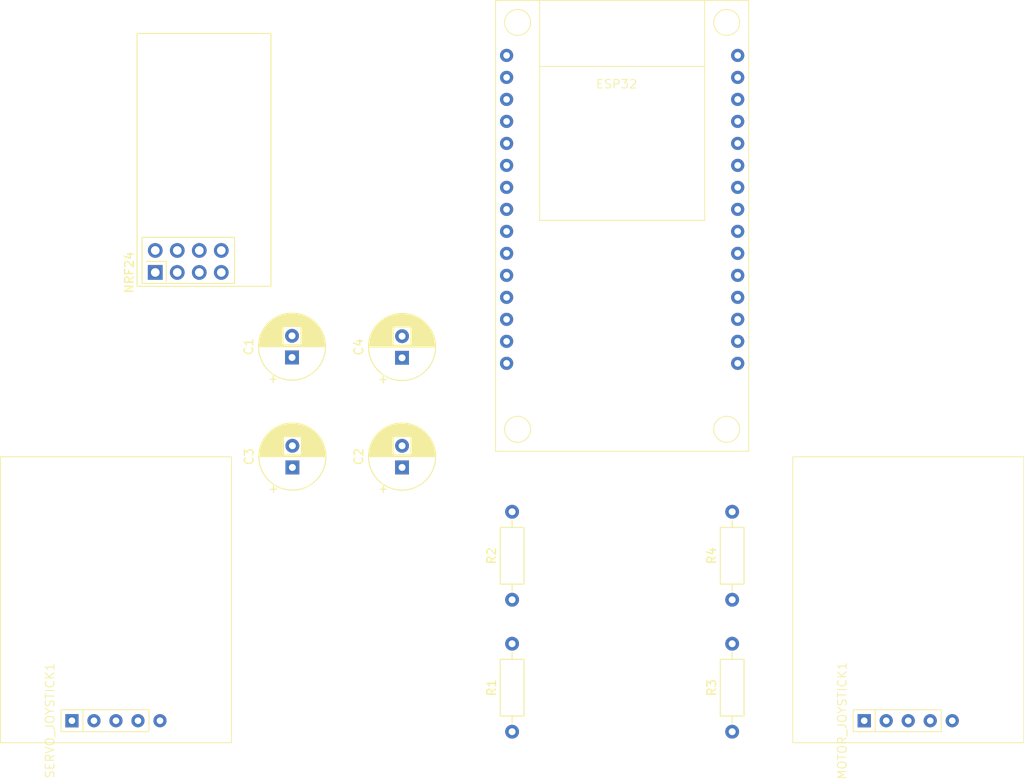
<source format=kicad_pcb>
(kicad_pcb (version 20221018) (generator pcbnew)
  (layers (0 "F.Cu" signal) (31 "B.Cu" signal) (34 "B.Paste" user) (35 "F.Paste" user) (36 "B.SilkS" user "B.Silkscreen") (37 "F.SilkS" user "F.Silkscreen") (38 "B.Mask" user) (39 "F.Mask" user) (44 "Edge.Cuts" user))
  (net 0 "")
  (net 1 "+3V3")
  (net 2 "GND")
  (net 3 "SERVO_X_PIN ")
  (net 4 "SERVO_Y_PIN")
  (net 5 "MOTOR_X_PIN")
  (net 6 "MOTOR_Y_PIN")
  (net 7 "SERVO_BUTTON_PIN")
  (net 8 "MOTOR_BUTTON_PIN")
  (net 9 "NRF24_CE")
  (net 10 "NRF24_CSN")
  (net 11 "NRF24_SCK")
  (net 12 "NRF24_MISO")
  (net 13 "NRF24_MOSI")
  (net 14 "MOTOR_X_PIN ")
  (net 15 "+5V")
  (net 16 "SERVO_X_PIN")
  (net 33 "Net-(SERVO_JOYSTICK1-VRx)")
  (net 34 "Net-(SERVO_JOYSTICK1-VRy)")
  (footprint "Resistor_THT:R_Axial_DIN0207_L6.3mm_D2.5mm_P10.16mm_Horizontal" (layer "F.Cu") (at 147.955 131.445 90)
    (fp_text reference "R1" (at 5.08 -2.37 90) (layer "F.SilkS"))
    (fp_text value "1k")
    (pad "1" thru_hole circle (at 0 0 90) (size 1.6 1.6) (drill 0.8) (layers "*.Cu" "*.Mask") (net 3 "SERVO_X_PIN "))
    (pad "2" thru_hole oval (at 10.16 0 90) (size 1.6 1.6) (drill 0.8) (layers "*.Cu" "*.Mask") (net 33 "Net-(SERVO_JOYSTICK1-VRx)"))
  )
  (footprint "RF_Module:nRF24L01_Breakout" (layer "F.Cu") (at 106.77 78.405 90)
    (fp_text reference "NRF24" (at 0 -3 90) (layer "F.SilkS"))
    (fp_text value "NRF24L01_Breakout")
    (pad "1" thru_hole rect (at 0 0 90) (size 1.7 1.7) (drill 1) (layers "*.Cu" "*.Mask") (net 2 "GND"))
    (pad "2" thru_hole circle (at 2.54 0 90) (size 1.7 1.7) (drill 1) (layers "*.Cu" "*.Mask") (net 1 "+3V3"))
    (pad "3" thru_hole circle (at 0 2.54 90) (size 1.7 1.7) (drill 1) (layers "*.Cu" "*.Mask") (net 9 "NRF24_CE"))
    (pad "4" thru_hole circle (at 2.54 2.54 90) (size 1.7 1.7) (drill 1) (layers "*.Cu" "*.Mask") (net 10 "NRF24_CSN"))
    (pad "5" thru_hole circle (at 0 5.08 90) (size 1.7 1.7) (drill 1) (layers "*.Cu" "*.Mask") (net 11 "NRF24_SCK"))
    (pad "6" thru_hole circle (at 2.54 5.08 90) (size 1.7 1.7) (drill 1) (layers "*.Cu" "*.Mask") (net 13 "NRF24_MOSI"))
    (pad "7" thru_hole circle (at 0 7.62 90) (size 1.7 1.7) (drill 1) (layers "*.Cu" "*.Mask") (net 12 "NRF24_MISO"))
    (pad "8" thru_hole circle (at 2.54 7.62 90) (size 1.7 1.7) (drill 1) (layers "*.Cu" "*.Mask"))
  )
  (footprint "Resistor_THT:R_Axial_DIN0207_L6.3mm_D2.5mm_P10.16mm_Horizontal" (layer "F.Cu") (at 173.355 131.445 90)
    (fp_text reference "R3" (at 5.08 -2.37 90) (layer "F.SilkS"))
    (fp_text value "1k")
    (pad "1" thru_hole circle (at 0 0 90) (size 1.6 1.6) (drill 0.8) (layers "*.Cu" "*.Mask") (net 34 "Net-(SERVO_JOYSTICK1-VRy)"))
    (pad "2" thru_hole oval (at 10.16 0 90) (size 1.6 1.6) (drill 0.8) (layers "*.Cu" "*.Mask") (net 4 "SERVO_Y_PIN"))
  )
  (footprint "libs:HW-504" (layer "F.Cu") (at 193.675 130.175 90)
    (fp_text reference "MOTOR_JOYSTICK1" (at 0 -7.62 90 unlocked) (layer "F.SilkS") (effects (font (thickness 0.1))))
    (fp_text value "~")
    (pad "1" thru_hole rect (at 0 -5.08 90) (size 1.524 1.524) (drill 0.762) (layers "*.Cu" "*.Mask") (net 1 "+3V3"))
    (pad "2" thru_hole circle (at 0 -2.54 90) (size 1.524 1.524) (drill 0.762) (layers "*.Cu" "*.Mask") (net 2 "GND"))
    (pad "3" thru_hole circle (at 0 0 90) (size 1.524 1.524) (drill 0.762) (layers "*.Cu" "*.Mask") (net 14 "MOTOR_X_PIN "))
    (pad "4" thru_hole circle (at 0 2.54 90) (size 1.524 1.524) (drill 0.762) (layers "*.Cu" "*.Mask") (net 6 "MOTOR_Y_PIN"))
    (pad "5" thru_hole circle (at 0 5.08 90) (size 1.524 1.524) (drill 0.762) (layers "*.Cu" "*.Mask") (net 8 "MOTOR_BUTTON_PIN"))
  )
  (footprint "libs:HW-504" (layer "F.Cu") (at 102.235 130.175 90)
    (fp_text reference "SERVO_JOYSTICK1" (at 0 -7.62 90 unlocked) (layer "F.SilkS") (effects (font (thickness 0.1))))
    (fp_text value "~")
    (pad "1" thru_hole rect (at 0 -5.08 90) (size 1.524 1.524) (drill 0.762) (layers "*.Cu" "*.Mask") (net 1 "+3V3"))
    (pad "2" thru_hole circle (at 0 -2.54 90) (size 1.524 1.524) (drill 0.762) (layers "*.Cu" "*.Mask") (net 2 "GND"))
    (pad "3" thru_hole circle (at 0 0 90) (size 1.524 1.524) (drill 0.762) (layers "*.Cu" "*.Mask") (net 33 "Net-(SERVO_JOYSTICK1-VRx)"))
    (pad "4" thru_hole circle (at 0 2.54 90) (size 1.524 1.524) (drill 0.762) (layers "*.Cu" "*.Mask") (net 34 "Net-(SERVO_JOYSTICK1-VRy)"))
    (pad "5" thru_hole circle (at 0 5.08 90) (size 1.524 1.524) (drill 0.762) (layers "*.Cu" "*.Mask") (net 7 "SERVO_BUTTON_PIN"))
  )
  (footprint "Capacitor_THT:CP_Radial_D7.5mm_P2.50mm" (layer "F.Cu") (at 122.555 88.225 90)
    (fp_text reference "C1" (at 1.25 -5 90) (layer "F.SilkS"))
    (fp_text value "100uF")
    (pad "1" thru_hole rect (at 0 0 90) (size 1.6 1.6) (drill 0.8) (layers "*.Cu" "*.Mask") (net 1 "+3V3"))
    (pad "2" thru_hole circle (at 2.5 0 90) (size 1.6 1.6) (drill 0.8) (layers "*.Cu" "*.Mask") (net 2 "GND"))
  )
  (footprint "Capacitor_THT:CP_Radial_D7.5mm_P2.50mm" (layer "F.Cu") (at 122.595 100.925 90)
    (fp_text reference "C3" (at 1.25 -5 90) (layer "F.SilkS"))
    (fp_text value "100uF")
    (pad "1" thru_hole rect (at 0 0 90) (size 1.6 1.6) (drill 0.8) (layers "*.Cu" "*.Mask") (net 1 "+3V3"))
    (pad "2" thru_hole circle (at 2.5 0 90) (size 1.6 1.6) (drill 0.8) (layers "*.Cu" "*.Mask") (net 2 "GND"))
  )
  (footprint "Capacitor_THT:CP_Radial_D7.5mm_P2.50mm" (layer "F.Cu") (at 135.255 100.925 90)
    (fp_text reference "C2" (at 1.25 -5 90) (layer "F.SilkS"))
    (fp_text value "100uF")
    (pad "1" thru_hole rect (at 0 0 90) (size 1.6 1.6) (drill 0.8) (layers "*.Cu" "*.Mask") (net 1 "+3V3"))
    (pad "2" thru_hole circle (at 2.5 0 90) (size 1.6 1.6) (drill 0.8) (layers "*.Cu" "*.Mask") (net 2 "GND"))
  )
  (footprint "Capacitor_THT:CP_Radial_D7.5mm_P2.50mm" (layer "F.Cu") (at 135.255 88.265 90)
    (fp_text reference "C4" (at 1.25 -5 90) (layer "F.SilkS"))
    (fp_text value "100uF")
    (pad "1" thru_hole rect (at 0 0 90) (size 1.6 1.6) (drill 0.8) (layers "*.Cu" "*.Mask") (net 15 "+5V"))
    (pad "2" thru_hole circle (at 2.5 0 90) (size 1.6 1.6) (drill 0.8) (layers "*.Cu" "*.Mask") (net 2 "GND"))
  )
  (footprint "Resistor_THT:R_Axial_DIN0207_L6.3mm_D2.5mm_P10.16mm_Horizontal" (layer "F.Cu") (at 147.955 116.205 90)
    (fp_text reference "R2" (at 5.08 -2.37 90) (layer "F.SilkS"))
    (fp_text value "1k")
    (pad "1" thru_hole circle (at 0 0 90) (size 1.6 1.6) (drill 0.8) (layers "*.Cu" "*.Mask") (net 2 "GND"))
    (pad "2" thru_hole oval (at 10.16 0 90) (size 1.6 1.6) (drill 0.8) (layers "*.Cu" "*.Mask") (net 3 "SERVO_X_PIN "))
  )
  (footprint "Resistor_THT:R_Axial_DIN0207_L6.3mm_D2.5mm_P10.16mm_Horizontal" (layer "F.Cu") (at 173.355 116.205 90)
    (fp_text reference "R4" (at 5.08 -2.37 90) (layer "F.SilkS"))
    (fp_text value "1k")
    (pad "1" thru_hole circle (at 0 0 90) (size 1.6 1.6) (drill 0.8) (layers "*.Cu" "*.Mask") (net 4 "SERVO_Y_PIN"))
    (pad "2" thru_hole oval (at 10.16 0 90) (size 1.6 1.6) (drill 0.8) (layers "*.Cu" "*.Mask") (net 2 "GND"))
  )
  (footprint "libs:ESP32_30PIN" (layer "F.Cu") (at 160.02 57.15)
    (fp_text reference "ESP32" (at 0 -0.5 unlocked) (layer "F.SilkS") (effects (font (thickness 0.1))))
    (fp_text value "~")
    (pad "1" thru_hole circle (at -12.7 -3.81) (size 1.524 1.524) (drill 0.762) (layers "*.Cu" "*.Mask"))
    (pad "2" thru_hole circle (at -12.7 -1.27) (size 1.524 1.524) (drill 0.762) (layers "*.Cu" "*.Mask"))
    (pad "3" thru_hole circle (at -12.7 1.27) (size 1.524 1.524) (drill 0.762) (layers "*.Cu" "*.Mask"))
    (pad "4" thru_hole circle (at -12.7 3.81) (size 1.524 1.524) (drill 0.762) (layers "*.Cu" "*.Mask") (net 16 "SERVO_X_PIN"))
    (pad "5" thru_hole circle (at -12.7 6.35) (size 1.524 1.524) (drill 0.762) (layers "*.Cu" "*.Mask") (net 4 "SERVO_Y_PIN"))
    (pad "6" thru_hole circle (at -12.7 8.89) (size 1.524 1.524) (drill 0.762) (layers "*.Cu" "*.Mask") (net 5 "MOTOR_X_PIN"))
    (pad "7" thru_hole circle (at -12.7 11.43) (size 1.524 1.524) (drill 0.762) (layers "*.Cu" "*.Mask") (net 6 "MOTOR_Y_PIN"))
    (pad "8" thru_hole circle (at -12.7 13.97) (size 1.524 1.524) (drill 0.762) (layers "*.Cu" "*.Mask") (net 7 "SERVO_BUTTON_PIN"))
    (pad "9" thru_hole circle (at -12.7 16.51) (size 1.524 1.524) (drill 0.762) (layers "*.Cu" "*.Mask") (net 8 "MOTOR_BUTTON_PIN"))
    (pad "10" thru_hole circle (at -12.7 19.05) (size 1.524 1.524) (drill 0.762) (layers "*.Cu" "*.Mask"))
    (pad "11" thru_hole circle (at -12.7 21.59) (size 1.524 1.524) (drill 0.762) (layers "*.Cu" "*.Mask"))
    (pad "12" thru_hole circle (at -12.7 24.13) (size 1.524 1.524) (drill 0.762) (layers "*.Cu" "*.Mask"))
    (pad "13" thru_hole circle (at -12.7 26.67) (size 1.524 1.524) (drill 0.762) (layers "*.Cu" "*.Mask"))
    (pad "14" thru_hole circle (at -12.7 29.21) (size 1.524 1.524) (drill 0.762) (layers "*.Cu" "*.Mask") (net 2 "GND"))
    (pad "15" thru_hole circle (at -12.7 31.75) (size 1.524 1.524) (drill 0.762) (layers "*.Cu" "*.Mask") (net 15 "+5V"))
    (pad "16" thru_hole circle (at 13.97 -3.81) (size 1.524 1.524) (drill 0.762) (layers "*.Cu" "*.Mask") (net 13 "NRF24_MOSI"))
    (pad "17" thru_hole circle (at 13.97 -1.27) (size 1.524 1.524) (drill 0.762) (layers "*.Cu" "*.Mask"))
    (pad "18" thru_hole circle (at 13.97 1.27) (size 1.524 1.524) (drill 0.762) (layers "*.Cu" "*.Mask"))
    (pad "19" thru_hole circle (at 13.97 3.81) (size 1.524 1.524) (drill 0.762) (layers "*.Cu" "*.Mask"))
    (pad "20" thru_hole circle (at 13.97 6.35) (size 1.524 1.524) (drill 0.762) (layers "*.Cu" "*.Mask"))
    (pad "21" thru_hole circle (at 13.97 8.89) (size 1.524 1.524) (drill 0.762) (layers "*.Cu" "*.Mask") (net 12 "NRF24_MISO"))
    (pad "22" thru_hole circle (at 13.97 11.43) (size 1.524 1.524) (drill 0.762) (layers "*.Cu" "*.Mask") (net 11 "NRF24_SCK"))
    (pad "23" thru_hole circle (at 13.97 13.97) (size 1.524 1.524) (drill 0.762) (layers "*.Cu" "*.Mask"))
    (pad "24" thru_hole circle (at 13.97 16.51) (size 1.524 1.524) (drill 0.762) (layers "*.Cu" "*.Mask") (net 10 "NRF24_CSN"))
    (pad "25" thru_hole circle (at 13.97 19.05) (size 1.524 1.524) (drill 0.762) (layers "*.Cu" "*.Mask") (net 9 "NRF24_CE"))
    (pad "26" thru_hole circle (at 13.97 21.59) (size 1.524 1.524) (drill 0.762) (layers "*.Cu" "*.Mask"))
    (pad "27" thru_hole circle (at 13.97 24.13) (size 1.524 1.524) (drill 0.762) (layers "*.Cu" "*.Mask"))
    (pad "28" thru_hole circle (at 13.97 26.67) (size 1.524 1.524) (drill 0.762) (layers "*.Cu" "*.Mask"))
    (pad "29" thru_hole circle (at 13.97 29.21) (size 1.524 1.524) (drill 0.762) (layers "*.Cu" "*.Mask") (net 2 "GND"))
    (pad "30" thru_hole circle (at 13.97 31.75) (size 1.524 1.524) (drill 0.762) (layers "*.Cu" "*.Mask") (net 1 "+3V3"))
  )
)
</source>
